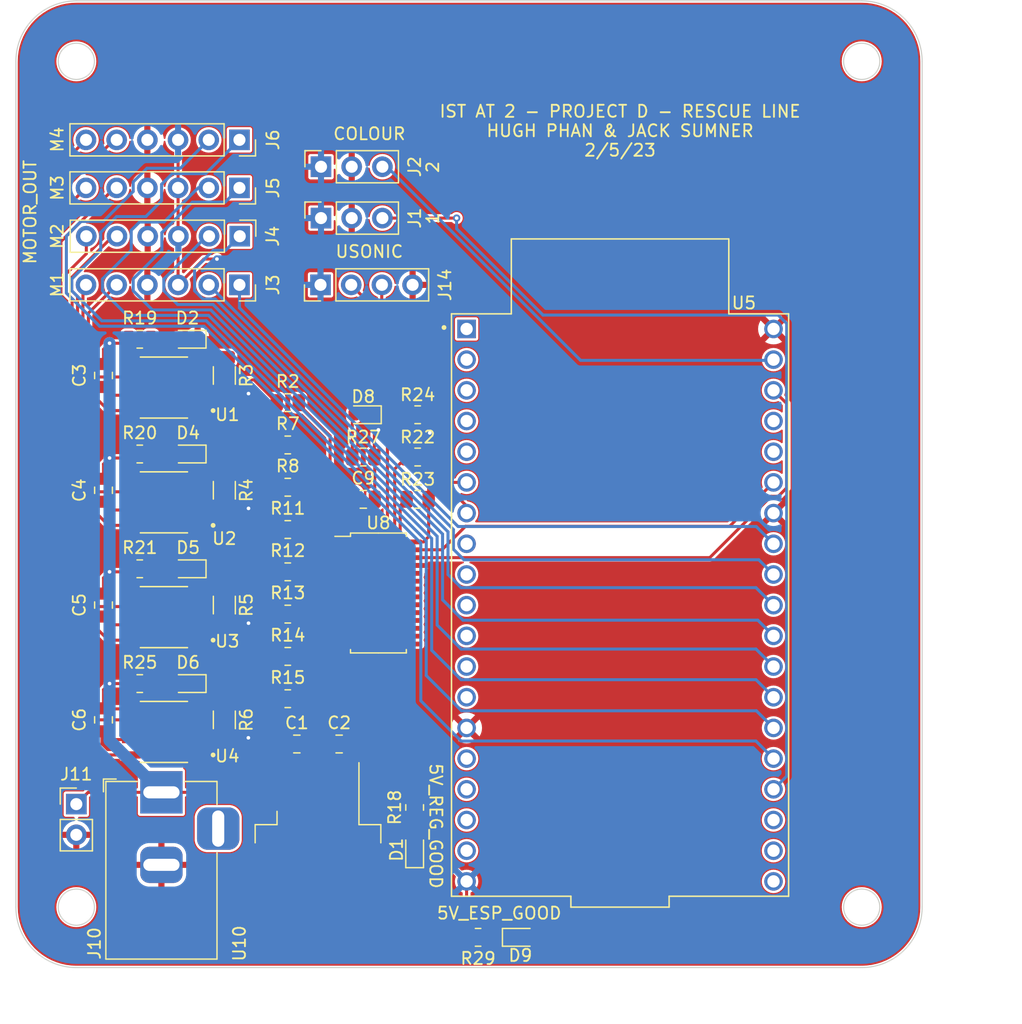
<source format=kicad_pcb>
(kicad_pcb (version 20211014) (generator pcbnew)
  (layers (0 "F.Cu" signal) (31 "B.Cu" signal) (34 "B.Paste" user) (35 "F.Paste" user) (36 "B.SilkS" user "B.Silkscreen") (37 "F.SilkS" user "F.Silkscreen") (38 "B.Mask" user) (39 "F.Mask" user) (44 "Edge.Cuts" user))
  (net 0 "")
  (net 1 "+12V")
  (net 2 "GND")
  (net 3 "+5V")
  (net 4 "/COLOUR1")
  (net 5 "/COLOUR2")
  (net 6 "Net-(D1-Pad2)")
  (net 7 "Net-(D2-Pad2)")
  (net 9 "Net-(D4-Pad2)")
  (net 10 "Net-(D5-Pad2)")
  (net 11 "Net-(D6-Pad2)")
  (net 13 "Net-(D8-Pad2)")
  (net 14 "Net-(D9-Pad2)")
  (net 16 "/M1ENCB")
  (net 17 "/M1ENCA")
  (net 18 "Net-(J3-Pad5)")
  (net 19 "Net-(J3-Pad6)")
  (net 20 "/M2ENCB")
  (net 21 "/M2ENCA")
  (net 22 "Net-(J4-Pad5)")
  (net 23 "Net-(J4-Pad6)")
  (net 24 "/M3ENCB")
  (net 25 "/M3ENCA")
  (net 26 "Net-(J5-Pad5)")
  (net 27 "Net-(J5-Pad6)")
  (net 28 "/M4ENCB")
  (net 29 "/M4ENCA")
  (net 30 "Net-(J6-Pad5)")
  (net 31 "Net-(J6-Pad6)")
  (net 32 "/SDA")
  (net 33 "/SCL")
  (net 39 "/UTRIG")
  (net 40 "/UECHO1")
  (net 45 "Net-(R2-Pad1)")
  (net 46 "Net-(R2-Pad2)")
  (net 47 "Net-(R3-Pad1)")
  (net 48 "Net-(R4-Pad1)")
  (net 49 "Net-(R5-Pad1)")
  (net 50 "Net-(R6-Pad1)")
  (net 51 "Net-(R7-Pad1)")
  (net 52 "Net-(R7-Pad2)")
  (net 53 "Net-(R8-Pad1)")
  (net 54 "Net-(R8-Pad2)")
  (net 55 "Net-(R11-Pad1)")
  (net 56 "Net-(R11-Pad2)")
  (net 57 "Net-(R12-Pad1)")
  (net 58 "Net-(R12-Pad2)")
  (net 59 "Net-(R13-Pad1)")
  (net 60 "Net-(R13-Pad2)")
  (net 61 "Net-(R14-Pad1)")
  (net 62 "Net-(R14-Pad2)")
  (net 63 "Net-(R15-Pad1)")
  (net 64 "Net-(R15-Pad2)")
  (net 65 "Net-(R24-Pad1)")
  (net 66 "+3.3V")
  (footprint "Package_TO_SOT_SMD:TO-263-3_TabPin2" (layer "F.Cu") (at 130 136.125 -90)
    (fp_text reference "U10")
    (fp_text value "LM1084-5.0")
  )
  (footprint "Capacitor_SMD:C_0805_2012Metric" (layer "F.Cu") (at 131.75 126.5)
    (fp_text reference "C2")
    (fp_text value "10UF20V")
  )
  (footprint "DRV8870DDAR:VREG_LM5017MR_NOPB" (layer "F.Cu") (at 117.25 125.5 180)
    (fp_text reference "U4")
    (fp_text value "DRV8870DDAR")
  )
  (footprint "Resistor_SMD:R_0805_2012Metric" (layer "F.Cu") (at 138.25 106.25)
    (fp_text reference "R23")
    (fp_text value "10K")
  )
  (footprint "Capacitor_SMD:C_0805_2012Metric" (layer "F.Cu") (at 128.25 126.5)
    (fp_text reference "C1")
    (fp_text value "10UF20V")
  )
  (footprint "Capacitor_SMD:C_0805_2012Metric" (layer "F.Cu") (at 133.75 106.25 180)
    (fp_text reference "C9")
    (fp_text value "10UF")
  )
  (footprint "Resistor_SMD:R_1206_3216Metric" (layer "F.Cu") (at 122.25 96 -90)
    (fp_text reference "R3")
    (fp_text value "200R")
  )
  (footprint "Resistor_SMD:R_0805_2012Metric" (layer "F.Cu") (at 127.5 119.25)
    (fp_text reference "R14")
    (fp_text value "220R")
  )
  (footprint "Resistor_SMD:R_0805_2012Metric" (layer "F.Cu") (at 133.75 102.75)
    (fp_text reference "R27")
    (fp_text value "150R")
  )
  (footprint "LED_SMD:LED_0603_1608Metric" (layer "F.Cu") (at 138 135.25 90)
    (fp_text reference "D1")
    (fp_text value "LED")
  )
  (footprint "Resistor_SMD:R_0805_2012Metric" (layer "F.Cu") (at 127.5 122.75)
    (fp_text reference "R15")
    (fp_text value "220R")
  )
  (footprint "DRV8870DDAR:VREG_LM5017MR_NOPB" (layer "F.Cu") (at 117.25 116 180)
    (fp_text reference "U3")
    (fp_text value "DRV8870DDAR")
  )
  (footprint "Resistor_SMD:R_0805_2012Metric" (layer "F.Cu") (at 127.5 112.25)
    (fp_text reference "R12")
    (fp_text value "220R")
  )
  (footprint "Capacitor_SMD:C_0805_2012Metric" (layer "F.Cu") (at 112.25 105.5 -90)
    (fp_text reference "C4")
    (fp_text value "0.1UF20V")
  )
  (footprint "Capacitor_SMD:C_0805_2012Metric" (layer "F.Cu") (at 112.25 115 -90)
    (fp_text reference "C5")
    (fp_text value "0.1UF20V")
  )
  (footprint "Connector_PinHeader_2.54mm:PinHeader_1x04_P2.54mm_Vertical" (layer "F.Cu") (at 130.21 88.5 90)
    (fp_text reference "J14")
    (fp_text value "USONIC1")
  )
  (footprint "Resistor_SMD:R_0805_2012Metric" (layer "F.Cu") (at 138.25 102.75)
    (fp_text reference "R22")
    (fp_text value "10K")
  )
  (footprint "Resistor_SMD:R_1206_3216Metric" (layer "F.Cu") (at 122.25 105.5 -90)
    (fp_text reference "R4")
    (fp_text value "200R")
  )
  (footprint "LED_SMD:LED_0603_1608Metric" (layer "F.Cu") (at 119.25 121.5 180)
    (fp_text reference "D6")
    (fp_text value "LED")
  )
  (footprint "Connector_PinSocket_2.54mm:PinSocket_1x06_P2.54mm_Vertical" (layer "F.Cu") (at 123.5 88.5 -90)
    (fp_text reference "J3")
    (fp_text value "Drive Motor 1")
  )
  (footprint "Resistor_SMD:R_0805_2012Metric" (layer "F.Cu") (at 127.5 115.75)
    (fp_text reference "R13")
    (fp_text value "220R")
  )
  (footprint "Capacitor_SMD:C_0805_2012Metric" (layer "F.Cu") (at 112.25 124.5 -90)
    (fp_text reference "C6")
    (fp_text value "0.1UF20V")
  )
  (footprint "ESP32-DEVKITC:MODULE_ESP32-DEVKITC" (layer "F.Cu") (at 155 115)
    (fp_text reference "U5")
    (fp_text value "ESP32-DEVKITC")
  )
  (footprint "Resistor_SMD:R_0805_2012Metric" (layer "F.Cu") (at 115.25 121.5 180)
    (fp_text reference "R25")
    (fp_text value "730R")
  )
  (footprint "LED_SMD:LED_0603_1608Metric" (layer "F.Cu") (at 119.25 102.5 180)
    (fp_text reference "D4")
    (fp_text value "LED")
  )
  (footprint "Connector_PinSocket_2.54mm:PinSocket_1x06_P2.54mm_Vertical" (layer "F.Cu") (at 123.5 80.475 -90)
    (fp_text reference "J5")
    (fp_text value "Drive Motor 3")
  )
  (footprint "Resistor_SMD:R_1206_3216Metric" (layer "F.Cu") (at 122.25 115 -90)
    (fp_text reference "R5")
    (fp_text value "200R")
  )
  (footprint "DRV8870DDAR:VREG_LM5017MR_NOPB" (layer "F.Cu") (at 117.25 97 180)
    (fp_text reference "U1")
    (fp_text value "DRV8870DDAR")
  )
  (footprint "LED_SMD:LED_0603_1608Metric" (layer "F.Cu") (at 146.75 142.5)
    (fp_text reference "D9")
    (fp_text value "LED")
  )
  (footprint "Resistor_SMD:R_0805_2012Metric" (layer "F.Cu") (at 138.25 99.25)
    (fp_text reference "R24")
    (fp_text value "10K")
  )
  (footprint "Resistor_SMD:R_0805_2012Metric" (layer "F.Cu") (at 115.25 93 180)
    (fp_text reference "R19")
    (fp_text value "730R")
  )
  (footprint "Connector_BarrelJack:BarrelJack_Horizontal" (layer "F.Cu") (at 117.0425 130.5 90)
    (fp_text reference "J10")
    (fp_text value "3S Li-Po")
  )
  (footprint "Resistor_SMD:R_0805_2012Metric" (layer "F.Cu") (at 127.5 101.75)
    (fp_text reference "R7")
    (fp_text value "220R")
  )
  (footprint "LED_SMD:LED_0603_1608Metric" (layer "F.Cu") (at 119.25 93 180)
    (fp_text reference "D2")
    (fp_text value "LED")
  )
  (footprint "Resistor_SMD:R_0805_2012Metric" (layer "F.Cu") (at 115.25 102.5 180)
    (fp_text reference "R20")
    (fp_text value "730R")
  )
  (footprint "LED_SMD:LED_0603_1608Metric" (layer "F.Cu") (at 119.25 112 180)
    (fp_text reference "D5")
    (fp_text value "LED")
  )
  (footprint "Resistor_SMD:R_0805_2012Metric" (layer "F.Cu") (at 127.5 105.25)
    (fp_text reference "R8")
    (fp_text value "220R")
  )
  (footprint "Resistor_SMD:R_0805_2012Metric" (layer "F.Cu") (at 127.5 108.75)
    (fp_text reference "R11")
    (fp_text value "220R")
  )
  (footprint "LED_SMD:LED_0603_1608Metric" (layer "F.Cu") (at 133.75 99.25 180)
    (fp_text reference "D8")
    (fp_text value "LED")
  )
  (footprint "Resistor_SMD:R_0805_2012Metric" (layer "F.Cu") (at 143.25 142.5 180)
    (fp_text reference "R29")
    (fp_text value "150R")
  )
  (footprint "DRV8870DDAR:VREG_LM5017MR_NOPB" (layer "F.Cu") (at 117.25 106.5 180)
    (fp_text reference "U2")
    (fp_text value "DRV8870DDAR")
  )
  (footprint "Package_SO:TSSOP-28_4.4x9.7mm_P0.65mm" (layer "F.Cu") (at 135 114)
    (fp_text reference "U8")
    (fp_text value "PCA9685PW")
  )
  (footprint "Resistor_SMD:R_0805_2012Metric" (layer "F.Cu") (at 115.25 112 180)
    (fp_text reference "R21")
    (fp_text value "730R")
  )
  (footprint "Connector_PinSocket_2.54mm:PinSocket_1x03_P2.54mm_Vertical" (layer "F.Cu") (at 130.25 78.725 90)
    (fp_text reference "J2")
    (fp_text value "COLOUR2")
  )
  (footprint "Connector_PinSocket_2.54mm:PinSocket_1x03_P2.54mm_Vertical" (layer "F.Cu") (at 130.25 82.975 90)
    (fp_text reference "J1")
    (fp_text value "COLOUR1")
  )
  (footprint "Resistor_SMD:R_0805_2012Metric" (layer "F.Cu") (at 127.5 98.25)
    (fp_text reference "R2")
    (fp_text value "220R")
  )
  (footprint "Resistor_SMD:R_0805_2012Metric" (layer "F.Cu") (at 138 131.75 90)
    (fp_text reference "R18")
    (fp_text value "150R")
  )
  (footprint "Connector_PinSocket_2.54mm:PinSocket_1x06_P2.54mm_Vertical" (layer "F.Cu") (at 123.5 76.5 -90)
    (fp_text reference "J6")
    (fp_text value "Drive Motor 4")
  )
  (footprint "Connector_PinHeader_2.54mm:PinHeader_1x02_P2.54mm_Vertical" (layer "F.Cu") (at 110 131.475)
    (fp_text reference "J11")
    (fp_text value "Voltmeter 1")
  )
  (footprint "Connector_PinHeader_2.54mm:PinHeader_1x06_P2.54mm_Vertical" (layer "F.Cu") (at 123.525 84.475 -90)
    (fp_text reference "J4")
    (fp_text value "Drive Motor 2")
  )
  (footprint "Capacitor_SMD:C_0805_2012Metric" (layer "F.Cu") (at 112.25 96 -90)
    (fp_text reference "C3")
    (fp_text value "0.1UF20V")
  )
  (footprint "Resistor_SMD:R_1206_3216Metric" (layer "F.Cu") (at 122.25 124.5 -90)
    (fp_text reference "R6")
    (fp_text value "200R")
  )
  (gr_line (start 175 145) (end 110 145) (layer "Edge.Cuts") (width 0.1))
  (gr_circle (center 175 140) (end 176.5 140) (layer "Edge.Cuts") (width 0.1) (fill none))
  (gr_arc (start 110 145) (mid 106.464466 143.535534) (end 105 140) (layer "Edge.Cuts") (width 0.1))
  (gr_arc (start 175 65) (mid 178.535534 66.464466) (end 180 70) (layer "Edge.Cuts") (width 0.1))
  (gr_circle (center 110 70) (end 111.5 70) (layer "Edge.Cuts") (width 0.1) (fill none))
  (gr_line (start 180 70) (end 180 140) (layer "Edge.Cuts") (width 0.1))
  (gr_line (start 105 140) (end 105 70) (layer "Edge.Cuts") (width 0.1))
  (gr_arc (start 180 140) (mid 178.535534 143.535534) (end 175 145) (layer "Edge.Cuts") (width 0.1))
  (gr_circle (center 175 70) (end 176.5 70) (layer "Edge.Cuts") (width 0.1) (fill none))
  (gr_arc (start 105 70) (mid 106.464466 66.464466) (end 110 65) (layer "Edge.Cuts") (width 0.1))
  (gr_circle (center 110 140) (end 111.5 140) (layer "Edge.Cuts") (width 0.1) (fill none))
  (gr_line (start 110 65) (end 175 65) (layer "Edge.Cuts") (width 0.1))
  (gr_text "1" (at 139.5 83 90) (layer "F.SilkS") (effects (font (size 1 1))))
  (gr_text "5V_ESP_GOOD" (at 145 140.5) (layer "F.SilkS") (effects (font (size 1 1))))
  (gr_text "IST AT 2 - PROJECT D - RESCUE LINE\nHUGH PHAN & JACK SUMNER\n2/5/23" (at 155 75.75) (layer "F.SilkS") (effects (font (size 1 1))))
  (gr_text "M2\n" (at 108.425 84.475 90) (layer "F.SilkS") (effects (font (size 1 1))))
  (gr_text "M4\n" (at 108.425 76.475 90) (layer "F.SilkS") (effects (font (size 1 1))))
  (gr_text "2" (at 139.5 78.75 90) (layer "F.SilkS") (effects (font (size 1 1))))
  (gr_text "USONIC" (at 134.25 85.75) (layer "F.SilkS") (effects (font (size 1 1))))
  (gr_text "COLOUR" (at 134.25 76) (layer "F.SilkS") (effects (font (size 1 1))))
  (gr_text "M3\n" (at 108.425 80.475 90) (layer "F.SilkS") (effects (font (size 1 1))))
  (gr_text "MOTOR_OUT" (at 106.175 82.475 90) (layer "F.SilkS") (effects (font (size 1 1))))
  (gr_text "5V_REG_GOOD" (at 139.75 133.2875 270) (layer "F.SilkS") (effects (font (size 1 1))))
  (gr_text "M1\n" (at 108.425 88.475 90) (layer "F.SilkS") (effects (font (size 1 1))))
  (segment (start 110.975 130.5) (end 110 131.475) (width 0.25) (layer "F.Cu") (net 1))
  (segment (start 112.25 114.05) (end 112.25 112.75) (width 0.25) (layer "F.Cu") (net 1))
  (segment (start 112.25 103.33125) (end 112.75 102.83125) (width 0.25) (layer "F.Cu") (net 1))
  (segment (start 114.3375 94.8825) (end 114.55 95.095) (width 0.25) (layer "F.Cu") (net 1))
  (segment (start 127.31 130.5) (end 127.46 130.35) (width 0.25) (layer "F.Cu") (net 1))
  (segment (start 127.46 126.66) (end 127.46 130.35) (width 0.25) (layer "F.Cu") (net 1))
  (segment (start 114.00625 102.83125) (end 114.3375 102.5) (width 0.25) (layer "F.Cu") (net 1))
  (segment (start 114.3375 93) (end 114.3375 94.8825) (width 0.25) (layer "F.Cu") (net 1))
  (segment (start 112.25 93.83125) (end 112.25 95.05) (width 0.25) (layer "F.Cu") (net 1))
  (segment (start 112.75 93.33125) (end 112.25 93.83125) (width 0.25) (layer "F.Cu") (net 1))
  (segment (start 114.0875 112.25) (end 114.3375 112) (width 0.25) (layer "F.Cu") (net 1))
  (segment (start 114.3375 113.8825) (end 114.55 114.095) (width 0.25) (layer "F.Cu") (net 1))
  (segment (start 127.3 126.5) (end 127.46 126.66) (width 0.25) (layer "F.Cu") (net 1))
  (segment (start 112.25 123.55) (end 112.25 122) (width 0.25) (layer "F.Cu") (net 1))
  (segment (start 112.25 112.75) (end 112.75 112.25) (width 0.25) (layer "F.Cu") (net 1))
  (segment (start 117.0425 130.5) (end 110.975 130.5) (width 0.25) (layer "F.Cu") (net 1))
  (segment (start 112.295 123.595) (end 112.25 123.55) (width 0.25) (layer "F.Cu") (net 1))
  (segment (start 114.55 123.595) (end 112.295 123.595) (width 0.25) (layer "F.Cu") (net 1))
  (segment (start 114.3375 112) (end 114.3375 113.8825) (width 0.25) (layer "F.Cu") (net 1))
  (segment (start 112.75 102.83125) (end 114.00625 102.83125) (width 0.25) (layer "F.Cu") (net 1))
  (segment (start 114.3375 121.5) (end 112.75 121.5) (width 0.25) (layer "F.Cu") (net 1))
  (segment (start 112.75 93.33125) (end 114.00625 93.33125) (width 0.25) (layer "F.Cu") (net 1))
  (segment (start 112.25 104.55) (end 112.25 103.33125) (width 0.25) (layer "F.Cu") (net 1))
  (segment (start 112.25 122) (end 112.75 121.5) (width 0.25) (layer "F.Cu") (net 1))
  (segment (start 114.00625 93.33125) (end 114.3375 93) (width 0.25) (layer "F.Cu") (net 1))
  (segment (start 112.75 112.25) (end 114.0875 112.25) (width 0.25) (layer "F.Cu") (net 1))
  (segment (start 114.3375 104.3825) (end 114.55 104.595) (width 0.25) (layer "F.Cu") (net 1))
  (segment (start 117.0425 130.5) (end 127.31 130.5) (width 0.25) (layer "F.Cu") (net 1))
  (segment (start 114.3375 102.5) (end 114.3375 104.3825) (width 0.25) (layer "F.Cu") (net 1))
  (via (at 112.75 93.33125) (size 0.6) (drill 0.3) (layers "F.Cu" "B.Cu") (net 1))
  (via (at 112.75 102.83125) (size 0.6) (drill 0.3) (layers "F.Cu" "B.Cu") (net 1))
  (via (at 112.75 112.25) (size 0.6) (drill 0.3) (layers "F.Cu" "B.Cu") (net 1))
  (via (at 112.75 121.5) (size 0.6) (drill 0.3) (layers "F.Cu" "B.Cu") (net 1))
  (segment (start 112.75 122.25) (end 112.75 126.2075) (width 1) (layer "B.Cu") (net 1))
  (segment (start 112.75 93.33125) (end 112.75 122.25) (width 1) (layer "B.Cu") (net 1))
  (segment (start 112.75 126.2075) (end 117.0425 130.5) (width 1) (layer "B.Cu") (net 1))
  (segment (start 112.935 107.135) (end 112.25 106.45) (width 0.25) (layer "F.Cu") (net 2))
  (segment (start 118.375 116.846752) (end 118.375 116.453248) (width 0.25) (layer "F.Cu") (net 2))
  (segment (start 114.55 116.635) (end 115.185 116) (width 0.25) (layer "F.Cu") (net 2))
  (segment (start 114.55 97.635) (end 115.185 97) (width 0.25) (layer "F.Cu") (net 2))
  (segment (start 118.096752 95.525001) (end 117.724999 95.525001) (width 0.25) (layer "F.Cu") (net 2))
  (segment (start 117.25 105.763895) (end 117.25 106.5) (width 0.25) (layer "F.Cu") (net 2))
  (segment (start 117.921752 125.5) (end 117.25 125.5) (width 0.25) (layer "F.Cu") (net 2))
  (segment (start 118.375 126.346752) (end 118.375 125.953248) (width 0.25) (layer "F.Cu") (net 2))
  (segment (start 118.375 107.346752) (end 118.375 106.953248) (width 0.25) (layer "F.Cu") (net 2))
  (segment (start 117.25 125.5) (end 115.185 125.5) (width 0.25) (layer "F.Cu") (net 2))
  (segment (start 119.95 127.405) (end 119.433248 127.405) (width 0.25) (layer "F.Cu") (net 2))
  (segment (start 117.25 106.5) (end 115.185 106.5) (width 0.25) (layer "F.Cu") (net 2))
  (segment (start 112.935 126.135) (end 114.55 126.135) (width 0.25) (layer "F.Cu") (net 2))
  (segment (start 117.25 96) (end 117.25 97) (width 0.25) (layer "F.Cu") (net 2))
  (segment (start 118.375 113.6625) (end 118.375 114.246752) (width 0.25) (layer "F.Cu") (net 2))
  (segment (start 118.096752 105.025001) (end 117.988894 105.025001) (width 0.25) (layer "F.Cu") (net 2))
  (segment (start 115.185 125.5) (end 114.55 126.135) (width 0.25) (layer "F.Cu") (net 2))
  (segment (start 118.375 106.953248) (end 117.921752 106.5) (width 0.25) (layer "F.Cu") (net 2))
  (segment (start 118.375 114.246752) (end 117.834252 114.7875) (width 0.25) (layer "F.Cu") (net 2))
  (segment (start 118.375 123.1625) (end 118.375 123.746752) (width 0.25) (layer "F.Cu") (net 2))
  (segment (start 114.55 107.135) (end 112.935 107.135) (width 0.25) (layer "F.Cu") (net 2))
  (segment (start 117.25 114.7875) (end 117.25 116) (width 0.25) (layer "F.Cu") (net 2))
  (segment (start 112.935 97.635) (end 114.55 97.635) (width 0.25) (layer "F.Cu") (net 2))
  (segment (start 120.0375 102.976395) (end 118.375001 104.638894) (width 0.25) (layer "F.Cu") (net 2))
  (segment (start 120.0375 121.5) (end 118.375 123.1625) (width 0.25) (layer "F.Cu") (net 2))
  (segment (start 112.935 116.635) (end 114.55 116.635) (width 0.25) (layer "F.Cu") (net 2))
  (segment (start 118.375001 94.874999) (end 118.375001 95.246752) (width 0.25) (layer "F.Cu") (net 2))
  (segment (start 115.185 97) (end 117.25 97) (width 0.25) (layer "F.Cu") (net 2))
  (segment (start 119.433248 108.405) (end 118.375 107.346752) (width 0.25) (layer "F.Cu") (net 2))
  (segment (start 119.433248 127.405) (end 118.375 126.346752) (width 0.25) (layer "F.Cu") (net 2))
  (segment (start 118.375 125.953248) (end 117.921752 125.5) (width 0.25) (layer "F.Cu") (net 2))
  (segment (start 112.25 115.95) (end 112.935 116.635) (width 0.25) (layer "F.Cu") (net 2))
  (segment (start 119.433248 98.905) (end 118.375 97.846752) (width 0.25) (layer "F.Cu") (net 2))
  (segment (start 118.375 116.453248) (end 117.921752 116) (width 0.25) (layer "F.Cu") (net 2))
  (segment (start 120.0375 102.5) (end 120.0375 102.976395) (width 0.25) (layer "F.Cu") (net 2))
  (segment (start 119.95 117.905) (end 119.433248 117.905) (width 0.25) (layer "F.Cu") (net 2))
  (segment (start 117.988894 105.025001) (end 117.25 105.763895) (width 0.25) (layer "F.Cu") (net 2))
  (segment (start 120.0375 112) (end 118.375 113.6625) (width 0.25) (layer "F.Cu") (net 2))
  (segment (start 117.921752 116) (end 117.25 116) (width 0.25) (layer "F.Cu") (net 2))
  (segment (start 117.25 124.2875) (end 117.25 125.5) (width 0.25) (layer "F.Cu") (net 2))
  (segment (start 119.433248 117.905) (end 118.375 116.846752) (width 0.25) (layer "F.Cu") (net 2))
  (segment (start 119.95 108.405) (end 119.433248 108.405) (width 0.25) (layer "F.Cu") (net 2))
  (segment (start 115.185 116) (end 117.25 116) (width 0.25) (layer "F.Cu") (net 2))
  (segment (start 119.95 98.905) (end 119.433248 98.905) (width 0.25) (layer "F.Cu") (net 2))
  (segment (start 118.375001 95.246752) (end 118.096752 95.525001) (width 0.25) (layer "F.Cu") (net 2))
  (segment (start 118.375 97.453248) (end 117.921752 97) (width 0.25) (layer "F.Cu") (net 2))
  (segment (start 118.375 123.746752) (end 117.834252 124.2875) (width 0.25) (layer "F.Cu") (net 2))
  (segment (start 117.834252 124.2875) (end 117.25 124.2875) (width 0.25) (layer "F.Cu") (net 2))
  (segment (start 120.0375 93.2125) (end 118.375001 94.874999) (width 0.25) (layer "F.Cu") (net 2))
  (segment (start 112.25 96.95) (end 112.935 97.635) (width 0.25) (layer "F.Cu") (net 2))
  (segment (start 112.25 125.45) (end 112.935 126.135) (width 0.25) (layer "F.Cu") (net 2))
  (segment (start 118.375001 104.746752) (end 118.096752 105.025001) (width 0.25) (layer "F.Cu") (net 2))
  (segment (start 117.834252 114.7875) (end 117.25 114.7875) (width 0.25) (layer "F.Cu") (net 2))
  (segment (start 118.375001 104.638894) (end 118.375001 104.746752) (width 0.25) (layer "F.Cu") (net 2))
  (segment (start 117.921752 106.5) (end 117.25 106.5) (width 0.25) (layer "F.Cu") (net 2))
  (segment (start 115.185 106.5) (end 114.55 107.135) (width 0.25) (layer "F.Cu") (net 2))
  (segment (start 120.0375 93) (end 120.0375 93.2125) (width 0.25) (layer "F.Cu") (net 2))
  (segment (start 118.375 97.846752) (end 118.375 97.453248) (width 0.25) (layer "F.Cu") (net 2))
  (segment (start 130 138.8375) (end 130 139.5) (width 0.25) (layer "F.Cu") (net 3))
  (segment (start 134.7 106.25) (end 134.7 102.7875) (width 0.25) (layer "F.Cu") (net 3))
  (segment (start 124.2125 106.9625) (end 124.25 107) (width 0.25) (layer "F.Cu") (net 3))
  (segment (start 139.025 134.595) (end 139.025 131.8625) (width 0.25) (layer "F.Cu") (net 3))
  (segment (start 130 127.3) (end 130.8 126.5) (width 0.25) (layer "F.Cu") (net 3))
  (segment (start 134.6625 102.75) (end 134.6625 100.8375) (width 0.25) (layer "F.Cu") (net 3))
  (segment (start 124.2125 125.9625) (end 124.237701 125.987701) (width 0.25) (layer "F.Cu") (net 3))
  (segment (start 139.1625 100.8375) (end 139.25 100.75) (width 0.25) (layer "F.Cu") (net 3))
  (segment (start 122.25 97.4625) (end 124.2125 97.4625) (width 0.25) (layer "F.Cu") (net 3))
  (segment (start 134.6625 100.8375) (end 135 100.5) (width 0.25) (layer "F.Cu") (net 3))
  (segment (start 134.7 102.7875) (end 134.6625 102.75) (width 0.25) (layer "F.Cu") (net 3))
  (segment (start 122.25 106.9625) (end 124.2125 106.9625) (width 0.25) (layer "F.Cu") (net 3))
  (segment (start 139.1625 106.25) (end 139.1625 102.75) (width 0.25) (layer "F.Cu") (net 3))
  (segment (start 122.25 125.9625) (end 124.2125 125.9625) (width 0.25) (layer "F.Cu") (net 3))
  (segment (start 118.42 88.5) (end 120.557299 86.362701) (width 0.25) (layer "F.Cu") (net 3))
  (segment (start 124.2125 116.4625) (end 124.25 116.5) (width 0.25) (layer "F.Cu") (net 3))
  (segment (start 142.3 137.87) (end 139.025 134.595) (width 0.25) (layer "F.Cu") (net 3))
  (segment (start 139.1625 109.3375) (end 138.725 109.775) (width 0.25) (layer "F.Cu") (net 3))
  (segment (start 142.3375 142.5) (end 142.3 142.4625) (width 0.25) (layer "F.Cu") (net 3))
  (segment (start 139.025 131.8625) (end 138 130.8375) (width 0.25) (layer "F.Cu") (net 3))
  (segment (start 139.1625 106.25) (end 139.1625 109.3375) (width 0.25) (layer "F.Cu") (net 3))
  (segment (start 130 130.35) (end 130 139.5) (width 0.25) (layer "F.Cu") (net 3))
  (segment (start 118.42 88.5) (end 118.42 76.5) (width 0.25) (layer "F.Cu") (net 3))
  (segment (start 124.2125 97.4625) (end 124.25 97.5) (width 0.25) (layer "F.Cu") (net 3))
  (segment (start 138 130.8375) (end 130 138.8375) (width 0.25) (layer "F.Cu") (net 3))
  (segment (start 138.725 109.775) (end 137.8625 109.775) (width 0.25) (layer "F.Cu") (net 3))
  (segment (start 139.1625 102.75) (end 139.1625 100.8375) (width 0.25) (layer "F.Cu") (net 3))
  (segment (start 120.557299 86.362701) (end 121.637299 86.362701) (width 0.25) (layer "F.Cu") (net 3))
  (segment (start 130 130.35) (end 130 127.3) (width 0.25) (layer "F.Cu") (net 3))
  (segment (start 122.25 116.4625) (end 124.2125 116.4625) (width 0.25) (layer "F.Cu") (net 3))
  (segment (start 142.3 142.4625) (end 142.3 137.7) (width 0.25) (layer "F.Cu") (net 3))
  (via (at 135 100.5) (size 0.6) (drill 0.3) (layers "F.Cu" "B.Cu") (net 3))
  (via (at 121.637299 86.362701) (size 0.6) (drill 0.3) (layers "F.Cu" "B.Cu") (net 3))
  (via (at 124.25 116.5) (size 0.6) (drill 0.3) (layers "F.Cu" "B.Cu") (net 3))
  (via (at 124.25 107) (size 0.6) (drill 0.3) (layers "F.Cu" "B.Cu") (net 3))
  (via (at 139.25 100.75) (size 0.6) (drill 0.3) (layers "F.Cu" "B.Cu") (net 3))
  (via (at 124.237701 125.987701) (size 0.6) (drill 0.3) (layers "F.Cu" "B.Cu") (net 3))
  (via (at 124.25 97.5) (size 0.6) (drill 0.3) (layers "F.Cu" "B.Cu") (net 3))
  (segment (start 130.21 88.5) (end 130.21 78.765) (width 0.25) (layer "B.Cu") (net 3))
  (segment (start 130.21 78.765) (end 130.25 78.725) (width 0.25) (layer "B.Cu") (net 3))
  (segment (start 141.475 82.975) (end 135.33 82.975) (width 0.25) (layer "F.Cu") (net 4))
  (via (at 141.475 82.975) (size 0.6) (drill 0.3) (layers "F.Cu" "B.Cu") (net 4))
  (segment (start 148.621396 91) (end 168.091493 91) (width 0.25) (layer "B.Cu") (net 4))
  (segment (start 168.091493 91) (end 168.79 91.698507) (width 0.25) (layer "B.Cu") (net 4))
  (segment (start 141.475 82.975) (end 141.475 83.853604) (width 0.25) (layer "B.Cu") (net 4))
  (segment (start 168.79 129.16) (end 167.7 130.25) (width 0.25) (layer "B.Cu") (net 4))
  (segment (start 168.79 91.698507) (end 168.79 129.16) (width 0.25) (layer "B.Cu") (net 4))
  (segment (start 141.475 83.853604) (end 148.621396 91) (width 0.25) (layer "B.Cu") (net 4))
  (segment (start 151.735 94.75) (end 167.64 94.75) (width 0.25) (layer "B.Cu") (net 5))
  (segment (start 167.64 94.75) (end 167.7 94.69) (width 0.25) (layer "B.Cu") (net 5))
  (segment (start 135.71 78.725) (end 151.735 94.75) (width 0.25) (layer "B.Cu") (net 5))
  (segment (start 135.33 78.725) (end 135.71 78.725) (width 0.25) (layer "B.Cu") (net 5))
  (segment (start 138 134.4625) (end 138 132.6625) (width 0.25) (layer "F.Cu") (net 6))
  (segment (start 116.1625 93) (end 118.4625 93) (width 0.25) (layer "F.Cu") (net 7))
  (segment (start 116.1625 102.5) (end 118.4625 102.5) (width 0.25) (layer "F.Cu") (net 9))
  (segment (start 116.1625 112) (end 118.4625 112) (width 0.25) (layer "F.Cu") (net 10))
  (segment (start 116.1625 121.5) (end 118.4625 121.5) (width 0.25) (layer "F.Cu") (net 11))
  (segment (start 132.8375 99.375) (end 132.9625 99.25) (width 0.25) (layer "F.Cu") (net 13))
  (segment (start 132.8375 102.75) (end 132.8375 99.375) (width 0.25) (layer "F.Cu") (net 13))
  (segment (start 146.7375 141.7) (end 144.9625 141.7) (width 0.25) (layer "F.Cu") (net 14))
  (segment (start 147.5375 142.5) (end 146.7375 141.7) (width 0.25) (layer "F.Cu") (net 14))
  (segment (start 144.9625 141.7) (end 144.1625 142.5) (width 0.25) (layer "F.Cu") (net 14))
  (segment (start 123.5 90.403604) (end 141.596396 108.5) (width 0.25) (layer "B.Cu") (net 16))
  (segment (start 141.596396 108.5) (end 166.27 108.5) (width 0.25) (layer "B.Cu") (net 16))
  (segment (start 166.27 108.5) (end 167.7 109.93) (width 0.25) (layer "B.Cu") (net 16))
  (segment (start 123.5 88.5) (end 123.5 90.403604) (width 0.25) (layer "B.Cu") (net 16))
  (segment (start 141.21 110.381493) (end 142.078507 111.25) (width 0.25) (layer "B.Cu") (net 17))
  (segment (start 166.48 111.25) (end 167.7 112.47) (width 0.25) (layer "B.Cu") (net 17))
  (segment (start 141.21 108.75) (end 141.21 110.381493) (width 0.25) (layer "B.Cu") (net 17))
  (segment (start 120.96 88.5) (end 141.21 108.75) (width 0.25) (layer "B.Cu") (net 17))
  (segment (start 142.078507 111.25) (end 166.48 111.25) (width 0.25) (layer "B.Cu") (net 17))
  (segment (start 111 95.75) (end 111.375 96.125) (width 0.25) (layer "F.Cu") (net 18))
  (segment (start 111.375 96.125) (end 114.31 96.125) (width 0.25) (layer "F.Cu") (net 18))
  (segment (start 113.34 88.5) (end 111 90.84) (width 0.25) (layer "F.Cu") (net 18))
  (segment (start 114.31 96.125) (end 114.55 96.365) (width 0.25) (layer "F.Cu") (net 18))
  (segment (start 111 90.84) (end 111 95.75) (width 0.25) (layer "F.Cu") (net 18))
  (segment (start 110.8 88.5) (end 110.55 88.75) (width 0.25) (layer "F.Cu") (net 19))
  (segment (start 110.55 96.788173) (end 112.666827 98.905) (width 0.25) (layer "F.Cu") (net 19))
  (segment (start 110.55 88.75) (end 110.55 96.788173) (width 0.25) (layer "F.Cu") (net 19))
  (segment (start 112.666827 98.905) (end 114.55 98.905) (width 0.25) (layer "F.Cu") (net 19))
  (segment (start 140.76 108.936396) (end 140.76 112.471493) (width 0.25) (layer "B.Cu") (net 20))
  (segment (start 121.336994 85.637701) (end 119.785 87.189695) (width 0.25) (layer "B.Cu") (net 20))
  (segment (start 141.848507 113.56) (end 166.25 113.56) (width 0.25) (layer "B.Cu") (net 20))
  (segment (start 166.25 113.56) (end 167.7 115.01) (width 0.25) (layer "B.Cu") (net 20))
  (segment (start 140.76 112.471493) (end 141.848507 113.56) (width 0.25) (layer "B.Cu") (net 20))
  (segment (start 119.785 87.189695) (end 119.785 88.986701) (width 0.25) (layer "B.Cu") (net 20))
  (segment (start 122.362299 85.637701) (end 121.336994 85.637701) (width 0.25) (layer "B.Cu") (net 20))
  (segment (start 121.498604 89.675) (end 140.76 108.936396) (width 0.25) (layer "B.Cu") (net 20))
  (segment (start 119.785 88.986701) (end 120.473299 89.675) (width 0.25) (layer "B.Cu") (net 20))
  (segment (start 120.473299 89.675) (end 121.498604 89.675) (width 0.25) (layer "B.Cu") (net 20))
  (segment (start 123.525 84.475) (end 122.362299 85.637701) (width 0.25) (layer "B.Cu") (net 20))
  (segment (start 140.31 109.122792) (end 140.31 114.561493) (width 0.25) (layer "B.Cu") (net 21))
  (segment (start 118.383299 90.125) (end 121.312208 90.125) (width 0.25) (layer "B.Cu") (net 21))
  (segment (start 120.985 84.475) (end 120.783299 84.475) (width 0.25) (layer "B.Cu") (net 21))
  (segment (start 120.783299 84.475) (end 117.245 88.013299) (width 0.25) (layer "B.Cu") (net 21))
  (segment (start 141.998507 116.25) (end 166.4 116.25) (width 0.25) (layer "B.Cu") (net 21))
  (segment (start 117.245 88.986701) (end 118.383299 90.125) (width 0.25) (layer "B.Cu") (net 21))
  (segment (start 166.4 116.25) (end 167.7 117.55) (width 0.25) (layer "B.Cu") (net 21))
  (segment (start 117.245 88.013299) (end 117.245 88.986701) (width 0.25) (layer "B.Cu") (net 21))
  (segment (start 121.312208 90.125) (end 140.31 109.122792) (width 0.25) (layer "B.Cu") (net 21))
  (segment (start 140.31 114.561493) (end 141.998507 116.25) (width 0.25) (layer "B.Cu") (net 21))
  (segment (start 110.1 105.201777) (end 110.523223 105.625) (width 0.25) (layer "F.Cu") (net 22))
  (segment (start 110.1 89.461701) (end 110.1 105.201777) (width 0.25) (layer "F.Cu") (net 22))
  (segment (start 113.025 84.475) (end 109.625 87.875) (width 0.25) (layer "F.Cu") (net 22))
  (segment (start 114.31 105.625) (end 114.55 105.865) (width 0.25) (layer "F.Cu") (net 22))
  (segment (start 113.365 84.475) (end 113.025 84.475) (width 0.25) (layer "F.Cu") (net 22))
  (segment (start 109.625 88.986701) (end 110.1 89.461701) (width 0.25) (layer "F.Cu") (net 22))
  (segment (start 109.625 87.875) (end 109.625 88.986701) (width 0.25) (layer "F.Cu") (net 22))
  (segment (start 110.523223 105.625) (end 114.31 105.625) (width 0.25) (layer "F.Cu") (net 22))
  (segment (start 109.175 89.173097) (end 109.65 89.648097) (width 0.25) (layer "F.Cu") (net 23))
  (segment (start 109.175 87.575) (end 109.175 89.173097) (width 0.25) (layer "F.Cu") (net 23))
  (segment (start 109.65 89.648097) (end 109.65 105.388173) (width 0.25) (layer "F.Cu") (net 23))
  (segment (start 110.825 84.475) (end 110.825 85.925) (width 0.25) (layer "F.Cu") (net 23))
  (segment (start 109.65 105.388173) (end 112.666827 108.405) (width 0.25) (layer "F.Cu") (net 23))
  (segment (start 110.825 85.925) (end 109.175 87.575) (width 0.25) (layer "F.Cu") (net 23))
  (segment (start 112.666827 108.405) (end 114.55 108.405) (width 0.25) (layer "F.Cu") (net 23))
  (segment (start 122.325 81.65) (end 119.608299 81.65) (width 0.25) (layer "B.Cu") (net 24))
  (segment (start 123.5 80.475) (end 122.325 81.65) (width 0.25) (layer "B.Cu") (net 24))
  (segment (start 166.25 118.64) (end 167.7 120.09) (width 0.25) (layer "B.Cu") (net 24))
  (segment (start 117.08 85.638299) (end 114.705 88.013299) (width 0.25) (layer "B.Cu") (net 24))
  (segment (start 117.08 84.178299) (end 117.08 85.638299) (width 0.25) (layer "B.Cu") (net 24))
  (segment (start 114.705 88.013299) (end 114.705 88.986701) (width 0.25) (layer "B.Cu") (net 24))
  (segment (start 141.848507 118.64) (end 166.25 118.64) (width 0.25) (layer "B.Cu") (net 24))
  (segment (start 119.608299 81.65) (end 117.08 84.178299) (width 0.25) (layer "B.Cu") (net 24))
  (segment (start 121.125812 90.575) (end 139.86 109.309188) (width 0.25) (layer "B.Cu") (net 24))
  (segment (start 139.86 109.309188) (end 139.86 116.651493) (width 0.25) (layer "B.Cu") (net 24))
  (segment (start 114.705 88.986701) (end 116.293299 90.575) (width 0.25) (layer "B.Cu") (net 24))
  (segment (start 139.86 116.651493) (end 141.848507 118.64) (width 0.25) (layer "B.Cu") (net 24))
  (segment (start 116.293299 90.575) (end 121.125812 90.575) (width 0.25) (layer "B.Cu") (net 24))
  (segment (start 141.848507 121.18) (end 166.25 121.18) (width 0.25) (layer "B.Cu") (net 25))
  (segment (start 112.165 88.986701) (end 114.203299 91.025) (width 0.25) (layer "B.Cu") (net 25))
  (segment (start 114.203299 91.025) (end 120.939416 91.025) (width 0.25) (layer "B.Cu") (net 25))
  (segment (start 112.165 88.013299) (end 112.165 88.986701) (width 0.25) (layer "B.Cu") (net 25))
  (segment (start 120.081701 80.475) (end 117.256701 83.3) (width 0.25) (layer "B.Cu") (net 25))
  (segment (start 117.256701 83.3) (end 115.228299 83.3) (width 0.25) (layer "B.Cu") (net 25))
  (segment (start 139.41 109.495584) (end 139.41 118.741493) (width 0.25) (layer "B.Cu") (net 25))
  (segment (start 166.25 121.18) (end 167.7 122.63) (width 0.25) (layer "B.Cu") (net 25))
  (segment (start 115.228299 83.3) (end 114.540952 83.987347) (width 0.25) (layer "B.Cu") (net 25))
  (segment (start 139.41 118.741493) (end 141.848507 121.18) (width 0.25) (layer "B.Cu") (net 25))
  (segment (start 114.540952 85.637347) (end 112.165 88.013299) (width 0.25) (layer "B.Cu") (net 25))
  (segment (start 120.96 80.475) (end 120.081701 80.475) (width 0.25) (layer "B.Cu") (net 25))
  (segment (start 114.540952 83.987347) (end 114.540952 85.637347) (width 0.25) (layer "B.Cu") (net 25))
  (segment (start 120.939416 91.025) (end 139.41 109.495584) (width 0.25) (layer "B.Cu") (net 25))
  (segment (start 108.725 84.913299) (end 108.725 89.359493) (width 0.25) (layer "F.Cu") (net 26))
  (segment (start 114.31 115.125) (end 114.55 115.365) (width 0.25) (layer "F.Cu") (net 26))
  (segment (start 109.2 89.834493) (end 109.2 113.813604) (width 0.25) (layer "F.Cu") (net 26))
  (segment (start 109.2 113.813604) (end 110.511396 115.125) (width 0.25) (layer "F.Cu") (net 26))
  (segment (start 110.511396 115.125) (end 114.31 115.125) (width 0.25) (layer "F.Cu") (net 26))
  (segment (start 113.163299 80.475) (end 108.725 84.913299) (width 0.25) (layer "F.Cu") (net 26))
  (segment (start 113.34 80.475) (end 113.163299 80.475) (width 0.25) (layer "F.Cu") (net 26))
  (segment (start 108.725 89.359493) (end 109.2 89.834493) (width 0.25) (layer "F.Cu") (net 26))
  (segment (start 108.75 114) (end 112.655 117.905) (width 0.25) (layer "F.Cu") (net 27))
  (segment (start 108.75 90.020889) (end 108.75 114) (width 0.25) (layer "F.Cu") (net 27))
  (segment (start 108.275 89.545889) (end 108.75 90.020889) (width 0.25) (layer "F.Cu") (net 27))
  (segment (start 108.275 83) (end 108.275 89.545889) (width 0.25) (layer "F.Cu") (net 27))
  (segment (start 110.8 80.475) (end 108.275 83) (width 0.25) (layer "F.Cu") (net 27))
  (segment (start 112.655 117.905) (end 114.55 117.905) (width 0.25) (layer "F.Cu") (net 27))
  (segment (start 138.96 109.68198) (end 138.96 120.831493) (width 0.25) (layer "B.Cu") (net 28))
  (segment (start 120.7 79.3) (end 117.933299 79.3) (width 0.25) (layer "B.Cu") (net 28))
  (segment (start 112.020951 84.157348) (end 112.020951 85.617348) (width 0.25) (layer "B.Cu") (net 28))
  (segment (start 113.328299 82.85) (end 112.020951 84.157348) (width 0.25) (layer "B.Cu") (net 28))
  (segment (start 141.878507 123.75) (end 166.28 123.75) (width 0.25) (layer "B.Cu") (net 28))
  (segment (start 166.28 123.75) (end 167.7 125.17) (width 0.25) (layer "B.Cu") (net 28))
  (segment (start 117.055 81.545) (end 115.75 82.85) (width 0.25) (layer "B.Cu") (net 28))
  (segment (start 115.75 82.85) (end 113.328299 82.85) (width 0.25) (layer "B.Cu") (net 28))
  (segment (start 120.75302 91.475) (end 138.96 109.68198) (width 0.25) (layer "B.Cu") (net 28))
  (segment (start 117.933299 79.3) (end 117.055 80.178299) (width 0.25) (layer "B.Cu") (net 28))
  (segment (start 117.055 80.178299) (end 117.055 81.545) (width 0.25) (layer "B.Cu") (net 28))
  (segment (start 109.625 88.986701) (end 112.113299 91.475) (width 0.25) (layer "B.Cu") (net 28))
  (segment (start 138.96 120.831493) (end 141.878507 123.75) (width 0.25) (layer "B.Cu") (net 28))
  (segment (start 109.625 88.013299) (end 109.625 88.986701) (width 0.25) (layer "B.Cu") (net 28))
  (segment (start 112.113299 91.475) (end 120.75302 91.475) (width 0.25) (layer "B.Cu") (net 28))
  (segment (start 112.020951 85.617348) (end 109.625 88.013299) (width 0.25) (layer "B.Cu") (net 28))
  (segment (start 123.5 76.5) (end 120.7 79.3) (width 0.25) (layer "B.Cu") (net 28))
  (segment (start 138.51 122.921493) (end 141.848507 126.26) (width 0.25) (layer "B.Cu") (net 29))
  (segment (start 111.926903 91.925) (end 120.566624 91.925) (width 0.25) (layer "B.Cu") (net 29))
  (segment (start 109.175 84.463299) (end 109.175 89.173097) (width 0.25) (layer "B.Cu") (net 29))
  (segment (start 114.705 79.988299) (end 114.705 80.771701) (width 0.25) (layer "B.Cu") (net 29))
  (segment (start 120.96 76.5) (end 118.61 78.85) (width 0.25) (layer "B.Cu") (net 29))
  (segment (start 110.388299 83.25) (end 109.175 84.463299) (width 0.25) (layer "B.Cu") (net 29))
  (segment (start 166.24 126.25) (end 167.7 127.71) (width 0.25) (layer "B.Cu") (net 29))
  (segment (start 138.51 109.868376) (end 138.51 122.921493) (width 0.25) (layer "B.Cu") (net 29))
  (segment (start 114.705 80.771701) (end 112.226701 83.25) (width 0.25) (layer "B.Cu") (net 29))
  (segment (start 142.761493 126.25) (end 166.24 126.25) (width 0.25) (layer "B.Cu") (net 29))
  (segment (start 109.175 89.173097) (end 111.926903 91.925) (width 0.25) (layer "B.Cu") (net 29))
  (segment (start 115.843299 78.85) (end 114.705 79.988299) (width 0.25) (layer "B.Cu") (net 29))
  (segment (start 112.226701 83.25) (end 110.388299 83.25) (width 0.25) (layer "B.Cu") (net 29))
  (segment (start 142.751493 126.26) (end 142.761493 126.25) (width 0.25) (layer "B.Cu") (net 29))
  (segment (start 120.566624 91.925) (end 138.51 109.868376) (width 0.25) (layer "B.Cu") (net 29))
  (segment (start 141.848507 126.26) (end 142.751493 126.26) (width 0.25) (layer "B.Cu") (net 29))
  (segment (start 118.61 78.85) (end 115.843299 78.85) (width 0.25) (layer "B.Cu") (net 29))
  (segment (start 110.136396 124.5) (end 114.185 124.5) (width 0.25) (layer "F.Cu") (net 30))
  (segment (start 113.34 76.5) (end 113.113299 76.5) (width 0.25) (layer "F.Cu") (net 30))
  (segment (start 108.3 122.663604) (end 110.136396 124.5) (width 0.25) (layer "F.Cu") (net 30))
  (segment (start 107.825 89.732285) (end 108.3 90.207285) (width 0.25) (layer "F.Cu") (net 30))
  (segment (start 108.3 90.207285) (end 108.3 122.663604) (width 0.25) (layer "F.Cu") (net 30))
  (segment (start 114.185 124.5) (end 114.55 124.865) (width 0.25) (layer "F.Cu") (net 30))
  (segment (start 113.113299 76.5) (end 107.825 81.788299) (width 0.25) (layer "F.Cu") (net 30))
  (segment (start 107.825 81.788299) (end 107.825 89.732285) (width 0.25) (layer "F.Cu") (net 30))
  (segment (start 107.375 89.918681) (end 107.85 90.393681) (width 0.25) (layer "F.Cu") (net 31))
  (segment (start 107.85 90.393681) (end 107.85 122.85) (width 0.25) (layer "F.Cu") (net 31))
  (segment (start 112.405 127.405) (end 114.55 127.405) (width 0.25) (layer "F.Cu") (net 31))
  (segment (start 107.85 122.85) (end 112.405 127.405) (width 0.25) (layer "F.Cu") (net 31))
  (segment (start 107.375 79.925) (end 107.375 89.918681) (width 0.25) (layer "F.Cu") (net 31))
  (segment (start 110.8 76.5) (end 107.375 79.925) (width 0.25) (layer "F.Cu") (net 31))
  (segment (start 137.173959 110.425) (end 137.8625 110.425) (width 0.25) (layer "F.Cu") (net 32))
  (segment (start 137.8625 110.425) (end 140.263507 110.425) (width 0.25) (layer "F.Cu") (net 32))
  (segment (start 140.263507 110.425) (end 142.208507 108.48) (width 0.25) (layer "F.Cu") (net 32))
  (segment (start 137.3375 106.25) (end 136.8 106.7875) (width 0.25) (layer "F.Cu") (net 32))
  (segment (start 136.8 106.7875) (end 136.8 110.051041) (width 0.25) (layer "F.Cu") (net 32))
  (segment (start 142.208507 108.48) (end 164.07 108.48) (width 0.25) (layer "F.Cu") (net 32))
  (segment (start 136.8 110.051041) (end 137.173959 110.425) (width 0.25) (layer "F.Cu") (net 32))
  (segment (start 164.07 108.48) (end 167.7 104.85) (width 0.25) (layer "F.Cu") (net 32))
  (segment (start 137.3375 102.75) (end 136.35 103.7375) (width 0.25) (layer "F.Cu") (net 33))
  (segment (start 168.79 98.32) (end 167.7 97.23) (width 0.25) (layer "F.Cu") (net 33))
  (segment (start 162.425 111.075) (end 167.5 106) (width 0.25) (layer "F.Cu") (net 33))
  (segment (start 167.5 106) (end 168.091493 106) (width 0.25) (layer "F.Cu") (net 33))
  (segment (start 136.35 103.7375) (end 136.35 110.850001) (width 0.25) (layer "F.Cu") (net 33))
  (segment (start 136.35 110.850001) (end 136.574999 111.075) (width 0.25) (layer "F.Cu") (net 33))
  (segment (start 136.574999 111.075) (end 137.8625 111.075) (width 0.25) (layer "F.Cu") (net 33))
  (segment (start 137.8625 111.075) (end 162.425 111.075) (width 0.25) (layer "F.Cu") (net 33))
  (segment (start 168.091493 106) (end 168.79 105.301493) (width 0.25) (layer "F.Cu") (net 33))
  (segment (start 168.79 105.301493) (end 168.79 98.32) (width 0.25) (layer "F.Cu") (net 33))
  (segment (start 140 95.76) (end 140 104.5) (width 0.25) (layer "F.Cu") (net 39))
  (segment (start 132.74 88.5) (end 140 95.76) (width 0.25) (layer "F.Cu") (net 39))
  (segment (start 142.3 106.8) (end 142.3 107.39) (width 0.25) (layer "F.Cu") (net 39))
  (segment (start 140 104.5) (end 142.3 106.8) (width 0.25) (layer "F.Cu") (net 39))
  (segment (start 140.986396 104.85) (end 142.3 104.85) (width 0.25) (layer "F.Cu") (net 40))
  (segment (start 135.28 90.403604) (end 140.45 95.573604) (width 0.25) (layer "F.Cu") (net 40))
  (segment (start 135.28 88.5) (end 135.28 90.403604) (width 0.25) (layer "F.Cu") (net 40))
  (segment (start 140.45 95.573604) (end 140.45 104.313604) (width 0.25) (layer "F.Cu") (net 40))
  (segment (start 140.45 104.313604) (end 140.986396 104.85) (width 0.25) (layer "F.Cu") (net 40))
  (segment (start 126.5875 98.25) (end 124.7025 96.365) (width 0.25) (layer "F.Cu") (net 45))
  (segment (start 124.7025 96.365) (end 119.95 96.365) (width 0.25) (layer "F.Cu") (net 45))
  (segment (start 128.4125 98.4125) (end 128.4125 98.25) (width 0.25) (layer "F.Cu") (net 46))
  (segment (start 131 101) (end 128.4125 98.4125) (width 0.25) (layer "F.Cu") (net 46))
  (segment (start 132.1375 113.025) (end 131.408147 113.025) (width 0.25) (layer "F.Cu") (net 46))
  (segment (start 131.408147 113.025) (end 131 112.616853) (width 0.25) (layer "F.Cu") (net 46))
  (segment (start 131 112.616853) (end 131 101) (width 0.25) (layer "F.Cu") (net 46))
  (segment (start 122.25 94.5375) (end 120.5075 94.5375) (width 0.25) (layer "F.Cu") (net 47))
  (segment (start 120.5075 94.5375) (end 119.95 95.095) (width 0.25) (layer "F.Cu") (net 47))
  (segment (start 120.5075 104.0375) (end 119.95 104.595) (width 0.25) (layer "F.Cu") (net 48))
  (segment (start 122.25 104.0375) (end 120.5075 104.0375) (width 0.25) (layer "F.Cu") (net 48))
  (segment (start 120.5075 113.5375) (end 119.95 114.095) (width 0.25) (layer "F.Cu") (net 49))
  (segment (start 122.25 113.5375) (end 120.5075 113.5375) (width 0.25) (layer "F.Cu") (net 49))
  (segment (start 122.25 123.0375) (end 120.5075 123.0375) (width 0.25) (layer "F.Cu") (net 50))
  (segment (start 120.5075 123.0375) (end 119.95 123.595) (width 0.25) (layer "F.Cu") (net 50))
  (segment (start 120.671827 97.635) (end 119.95 97.635) (width 0.25) (layer "F.Cu") (net 51))
  (segment (start 124.786827 101.75) (end 120.671827 97.635) (width 0.25) (layer "F.Cu") (net 51))
  (segment (start 126.5875 101.75) (end 124.786827 101.75) (width 0.25) (layer "F.Cu") (net 51))
  (segment (start 130.45 112.703249) (end 130.45 103.7875) (width 0.25) (layer "F.Cu") (net 52))
  (segment (start 130.45 103.7875) (end 128.4125 101.75) (width 0.25) (layer "F.Cu") (net 52))
  (segment (start 132.1375 113.675) (end 131.421751 113.675) (width 0.25) (layer "F.Cu") (net 52))
  (segment (start 131.421751 113.675) (end 130.45 112.703249) (width 0.25) (layer "F.Cu") (net 52))
  (segment (start 120.085 106) (end 119.95 105.865) (width 0.25) (layer "F.Cu") (net 53))
  (segment (start 125.8375 106) (end 120.085 106) (width 0.25) (layer "F.Cu") (net 53))
  (segment (start 126.5875 105.25) (end 125.8375 106) (width 0.25) (layer "F.Cu") (net 53))
  (segment (start 131.435355 114.325) (end 130 112.889645) (width 0.25) (layer "F.Cu") (net 54))
  (segment (start 130 112.889645) (end 130 106.8375) (width 0.25) (layer "F.Cu") (net 54))
  (segment (start 130 106.8375) (end 128.4125 105.25) (width 0.25) (layer "F.Cu") (net 54))
  (segment (start 132.1375 114.325) (end 131.435355 114.325) (width 0.25) (layer "F.Cu") (net 54))
  (segment (start 120.671827 107.135) (end 119.95 107.135) (width 0.25) (layer "F.Cu") (net 55))
  (segment (start 122.286827 108.75) (end 120.671827 107.135) (width 0.25) (layer "F.Cu") (net 55))
  (segment (start 126.5875 108.75) (end 122.286827 108.75) (width 0.25) (layer "F.Cu") (net 55))
  (segment (start 129.5 113.026041) (end 129.5 109.8375) (width 0.25) (layer "F.Cu") (net 56))
  (segment (start 131.448959 114.975) (end 129.5 113.026041) (width 0.25) (layer "F.Cu") (net 56))
  (segment (start 132.1375 114.975) (end 131.448959 114.975) (width 0.25) (layer "F.Cu") (net 56))
  (segment (start 129.5 109.8375) (end 128.4125 108.75) (width 0.25) (layer "F.Cu") (net 56))
  (segment (start 126.5875 112.25) (end 123.7125 115.125) (width 0.25) (layer "F.Cu") (net 57))
  (segment (start 123.7125 115.125) (end 120.19 115.125) (width 0.25) (layer "F.Cu") (net 57))
  (segment (start 120.19 115.125) (end 119.95 115.365) (width 0.25) (layer "F.Cu") (net 57))
  (segment (start 128.4125 112.574937) (end 128.4125 112.25) (width 0.25) (layer "F.Cu") (net 58))
  (segment (start 132.1375 115.625) (end 131.448959 115.625) (width 0.25) (layer "F.Cu") (net 58))
  (segment (start 131.448959 115.625) (end 131.075 115.251041) (width 0.25) (layer "F.Cu") (net 58))
  (segment (start 131.075 115.237437) (end 128.4125 112.574937) (width 0.25) (layer "F.Cu") (net 58))
  (segment (start 131.075 115.251041) (end 131.075 115.237437) (width 0.25) (layer "F.Cu") (net 58))
  (segment (start 126.4125 115.575) (end 121.386827 115.575) (width 0.25) (layer "F.Cu") (net 59))
  (segment (start 126.5875 115.75) (end 126.4125 115.575) (width 0.25) (layer "F.Cu") (net 59))
  (segment (start 120.326827 116.635) (end 119.95 116.635) (width 0.25) (layer "F.Cu") (net 59))
  (segment (start 121.386827 115.575) (end 120.326827 116.635) (width 0.25) (layer "F.Cu") (net 59))
  (segment (start 128.9375 116.275) (end 128.4125 115.75) (width 0.25) (layer "F.Cu") (net 60))
  (segment (start 132.1375 116.275) (end 128.9375 116.275) (width 0.25) (layer "F.Cu") (net 60))
  (segment (start 120.315 124.5) (end 119.95 124.865) (width 0.25) (layer "F.Cu") (net 61))
  (segment (start 126.5875 120.450673) (end 122.538173 124.5) (width 0.25) (layer "F.Cu") (net 61))
  (segment (start 126.5875 119.25) (end 126.5875 120.450673) (width 0.25) (layer "F.Cu") (net 61))
  (segment (start 122.538173 124.5) (end 120.315 124.5) (width 0.25) (layer "F.Cu") (net 61))
  (segment (start 131.448959 116.925) (end 129.123959 119.25) (width 0.25) (layer "F.Cu") (net 62))
  (segment (start 132.1375 116.925) (end 131.448959 116.925) (width 0.25) (layer "F.Cu") (net 62))
  (segment (start 129.123959 119.25) (end 128.4125 119.25) (width 0.25) (layer "F.Cu") (net 62))
  (segment (start 126.5875 122.75) (end 124.3375 125) (width 0.25) (layer "F.Cu") (net 63))
  (segment (start 120.326827 126.135) (end 119.95 126.135) (width 0.25) (layer "F.Cu") (net 63))
  (segment (start 124.3375 125) (end 121.461827 125) (width 0.25) (layer "F.Cu") (net 63))
  (segment (start 121.461827 125) (end 120.326827 126.135) (width 0.25) (layer "F.Cu") (net 63))
  (segment (start 129.5 121.6625) (end 128.4125 122.75) (width 0.25) (layer "F.Cu") (net 64))
  (segment (start 129.5 119.510355) (end 129.5 121.6625) (width 0.25) (layer "F.Cu") (net 64))
  (segment (start 132.1375 117.575) (end 131.435355 117.575) (width 0.25) (layer "F.Cu") (net 64))
  (segment (start 131.435355 117.575) (end 129.5 119.510355) (width 0.25) (layer "F.Cu") (net 64))
  (segment (start 135.75 111.601041) (end 135.75 100.8375) (width 0.25) (layer "F.Cu") (net 65))
  (segment (start 135.75 100.8375) (end 137.3375 99.25) (width 0.25) (layer "F.Cu") (net 65))
  (segment (start 137.173959 113.025) (end 135.75 111.601041) (width 0.25) (layer "F.Cu") (net 65))
  (segment (start 137.8625 113.025) (end 137.173959 113.025) (width 0.25) (layer "F.Cu") (net 65))
  (zone (net 2) (net_name "GND") (layer "F.Cu") (connect_pads (clearance 0.15)) (min_thickness 0.15) (fill yes (thermal_gap 0.508) (thermal_bridge_width 0.508))
    (polygon (pts (xy 180 145) (xy 105 145) (xy 105 65) (xy 180 65)))
  )
  (zone (net 3) (net_name "+5V") (layer "B.Cu") (connect_pads (clearance 0.3)) (min_thickness 0.254) (fill yes (thermal_gap 0.508) (thermal_bridge_width 0.508))
    (polygon (pts (xy 180 145) (xy 105 145) (xy 105 65) (xy 180 65)))
  )
)
</source>
